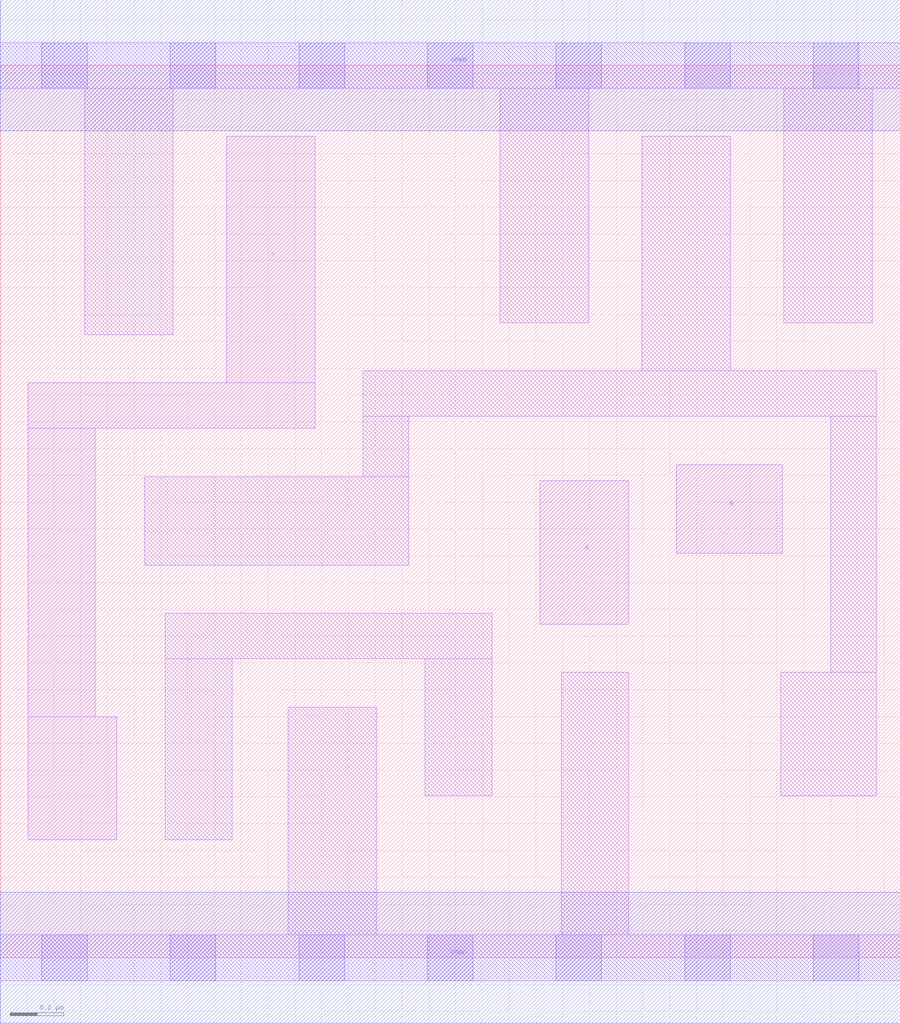
<source format=lef>
# Copyright 2020 The SkyWater PDK Authors
#
# Licensed under the Apache License, Version 2.0 (the "License");
# you may not use this file except in compliance with the License.
# You may obtain a copy of the License at
#
#     https://www.apache.org/licenses/LICENSE-2.0
#
# Unless required by applicable law or agreed to in writing, software
# distributed under the License is distributed on an "AS IS" BASIS,
# WITHOUT WARRANTIES OR CONDITIONS OF ANY KIND, either express or implied.
# See the License for the specific language governing permissions and
# limitations under the License.
#
# SPDX-License-Identifier: Apache-2.0

VERSION 5.7 ;
  NAMESCASESENSITIVE ON ;
  NOWIREEXTENSIONATPIN ON ;
  DIVIDERCHAR "/" ;
  BUSBITCHARS "[]" ;
UNITS
  DATABASE MICRONS 200 ;
END UNITS
MACRO sky130_fd_sc_lp__xnor2_lp
  CLASS CORE ;
  FOREIGN sky130_fd_sc_lp__xnor2_lp ;
  ORIGIN  0.000000  0.000000 ;
  SIZE  3.360000 BY  3.330000 ;
  SYMMETRY X Y R90 ;
  SITE unit ;
  PIN A
    ANTENNAGATEAREA  0.626000 ;
    DIRECTION INPUT ;
    USE SIGNAL ;
    PORT
      LAYER li1 ;
        RECT 2.015000 1.245000 2.345000 1.780000 ;
    END
  END A
  PIN B
    ANTENNAGATEAREA  0.626000 ;
    DIRECTION INPUT ;
    USE SIGNAL ;
    PORT
      LAYER li1 ;
        RECT 2.525000 1.510000 2.920000 1.840000 ;
    END
  END B
  PIN Y
    ANTENNADIFFAREA  0.395500 ;
    DIRECTION OUTPUT ;
    USE SIGNAL ;
    PORT
      LAYER li1 ;
        RECT 0.105000 0.440000 0.435000 0.900000 ;
        RECT 0.105000 0.900000 0.355000 1.975000 ;
        RECT 0.105000 1.975000 1.175000 2.145000 ;
        RECT 0.845000 2.145000 1.175000 3.065000 ;
    END
  END Y
  PIN VGND
    DIRECTION INOUT ;
    USE GROUND ;
    PORT
      LAYER met1 ;
        RECT 0.000000 -0.245000 3.360000 0.245000 ;
    END
  END VGND
  PIN VPWR
    DIRECTION INOUT ;
    USE POWER ;
    PORT
      LAYER met1 ;
        RECT 0.000000 3.085000 3.360000 3.575000 ;
    END
  END VPWR
  OBS
    LAYER li1 ;
      RECT 0.000000 -0.085000 3.360000 0.085000 ;
      RECT 0.000000  3.245000 3.360000 3.415000 ;
      RECT 0.315000  2.325000 0.645000 3.245000 ;
      RECT 0.540000  1.465000 1.525000 1.795000 ;
      RECT 0.615000  0.440000 0.865000 1.115000 ;
      RECT 0.615000  1.115000 1.835000 1.285000 ;
      RECT 1.075000  0.085000 1.405000 0.935000 ;
      RECT 1.355000  1.795000 1.525000 2.020000 ;
      RECT 1.355000  2.020000 3.270000 2.190000 ;
      RECT 1.585000  0.605000 1.835000 1.115000 ;
      RECT 1.865000  2.370000 2.195000 3.245000 ;
      RECT 2.095000  0.085000 2.345000 1.065000 ;
      RECT 2.395000  2.190000 2.725000 3.065000 ;
      RECT 2.915000  0.605000 3.270000 1.065000 ;
      RECT 2.925000  2.370000 3.255000 3.245000 ;
      RECT 3.100000  1.065000 3.270000 2.020000 ;
    LAYER mcon ;
      RECT 0.155000 -0.085000 0.325000 0.085000 ;
      RECT 0.155000  3.245000 0.325000 3.415000 ;
      RECT 0.635000 -0.085000 0.805000 0.085000 ;
      RECT 0.635000  3.245000 0.805000 3.415000 ;
      RECT 1.115000 -0.085000 1.285000 0.085000 ;
      RECT 1.115000  3.245000 1.285000 3.415000 ;
      RECT 1.595000 -0.085000 1.765000 0.085000 ;
      RECT 1.595000  3.245000 1.765000 3.415000 ;
      RECT 2.075000 -0.085000 2.245000 0.085000 ;
      RECT 2.075000  3.245000 2.245000 3.415000 ;
      RECT 2.555000 -0.085000 2.725000 0.085000 ;
      RECT 2.555000  3.245000 2.725000 3.415000 ;
      RECT 3.035000 -0.085000 3.205000 0.085000 ;
      RECT 3.035000  3.245000 3.205000 3.415000 ;
  END
END sky130_fd_sc_lp__xnor2_lp
END LIBRARY

</source>
